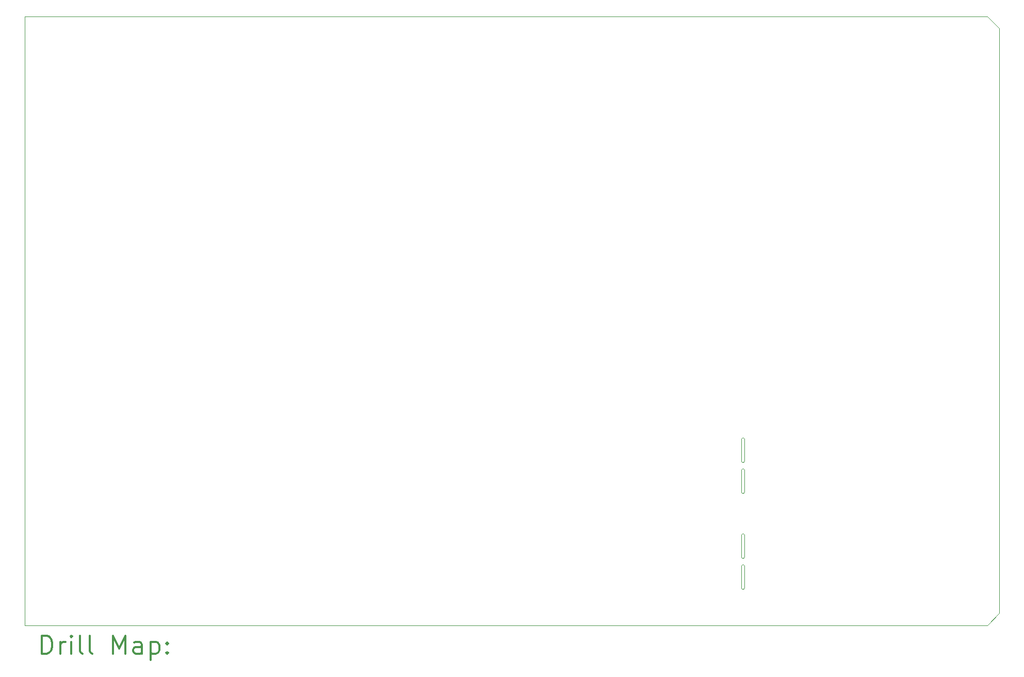
<source format=gbr>
%FSLAX45Y45*%
G04 Gerber Fmt 4.5, Leading zero omitted, Abs format (unit mm)*
G04 Created by KiCad (PCBNEW 5.1.4) date 2019-08-28 20:29:49*
%MOMM*%
%LPD*%
G04 APERTURE LIST*
%ADD10C,0.050000*%
%ADD11C,0.200000*%
%ADD12C,0.300000*%
G04 APERTURE END LIST*
D10*
X18618200Y-13030200D02*
X18618200Y-13385800D01*
X18567400Y-13030200D02*
G75*
G02X18618200Y-13030200I25400J0D01*
G01*
X18567400Y-13030200D02*
X18567400Y-13385800D01*
X18618200Y-13385800D02*
G75*
G02X18567400Y-13385800I-25400J0D01*
G01*
X18618200Y-12522200D02*
X18618200Y-12877800D01*
X18567400Y-12522200D02*
G75*
G02X18618200Y-12522200I25400J0D01*
G01*
X18567400Y-12522200D02*
X18567400Y-12877800D01*
X18618200Y-12877800D02*
G75*
G02X18567400Y-12877800I-25400J0D01*
G01*
X18618200Y-11455400D02*
X18618200Y-11811000D01*
X18567400Y-11455400D02*
G75*
G02X18618200Y-11455400I25400J0D01*
G01*
X18567400Y-11455400D02*
X18567400Y-11811000D01*
X18618200Y-11811000D02*
G75*
G02X18567400Y-11811000I-25400J0D01*
G01*
X18567400Y-10947400D02*
G75*
G02X18618200Y-10947400I25400J0D01*
G01*
X18618200Y-11303000D02*
G75*
G02X18567400Y-11303000I-25400J0D01*
G01*
X18618200Y-10947400D02*
X18618200Y-11303000D01*
X18567400Y-10947400D02*
X18567400Y-11303000D01*
X22600000Y-14000000D02*
X22800000Y-13800000D01*
X22600000Y-4000000D02*
X22800000Y-4200000D01*
X6800000Y-14000000D02*
X6800000Y-4000000D01*
X22600000Y-14000000D02*
X6800000Y-14000000D01*
X22800000Y-4200000D02*
X22800000Y-13800000D01*
X6800000Y-4000000D02*
X22600000Y-4000000D01*
D11*
D12*
X7083928Y-14468214D02*
X7083928Y-14168214D01*
X7155357Y-14168214D01*
X7198214Y-14182500D01*
X7226786Y-14211071D01*
X7241071Y-14239643D01*
X7255357Y-14296786D01*
X7255357Y-14339643D01*
X7241071Y-14396786D01*
X7226786Y-14425357D01*
X7198214Y-14453929D01*
X7155357Y-14468214D01*
X7083928Y-14468214D01*
X7383928Y-14468214D02*
X7383928Y-14268214D01*
X7383928Y-14325357D02*
X7398214Y-14296786D01*
X7412500Y-14282500D01*
X7441071Y-14268214D01*
X7469643Y-14268214D01*
X7569643Y-14468214D02*
X7569643Y-14268214D01*
X7569643Y-14168214D02*
X7555357Y-14182500D01*
X7569643Y-14196786D01*
X7583928Y-14182500D01*
X7569643Y-14168214D01*
X7569643Y-14196786D01*
X7755357Y-14468214D02*
X7726786Y-14453929D01*
X7712500Y-14425357D01*
X7712500Y-14168214D01*
X7912500Y-14468214D02*
X7883928Y-14453929D01*
X7869643Y-14425357D01*
X7869643Y-14168214D01*
X8255357Y-14468214D02*
X8255357Y-14168214D01*
X8355357Y-14382500D01*
X8455357Y-14168214D01*
X8455357Y-14468214D01*
X8726786Y-14468214D02*
X8726786Y-14311071D01*
X8712500Y-14282500D01*
X8683928Y-14268214D01*
X8626786Y-14268214D01*
X8598214Y-14282500D01*
X8726786Y-14453929D02*
X8698214Y-14468214D01*
X8626786Y-14468214D01*
X8598214Y-14453929D01*
X8583928Y-14425357D01*
X8583928Y-14396786D01*
X8598214Y-14368214D01*
X8626786Y-14353929D01*
X8698214Y-14353929D01*
X8726786Y-14339643D01*
X8869643Y-14268214D02*
X8869643Y-14568214D01*
X8869643Y-14282500D02*
X8898214Y-14268214D01*
X8955357Y-14268214D01*
X8983928Y-14282500D01*
X8998214Y-14296786D01*
X9012500Y-14325357D01*
X9012500Y-14411071D01*
X8998214Y-14439643D01*
X8983928Y-14453929D01*
X8955357Y-14468214D01*
X8898214Y-14468214D01*
X8869643Y-14453929D01*
X9141071Y-14439643D02*
X9155357Y-14453929D01*
X9141071Y-14468214D01*
X9126786Y-14453929D01*
X9141071Y-14439643D01*
X9141071Y-14468214D01*
X9141071Y-14282500D02*
X9155357Y-14296786D01*
X9141071Y-14311071D01*
X9126786Y-14296786D01*
X9141071Y-14282500D01*
X9141071Y-14311071D01*
M02*

</source>
